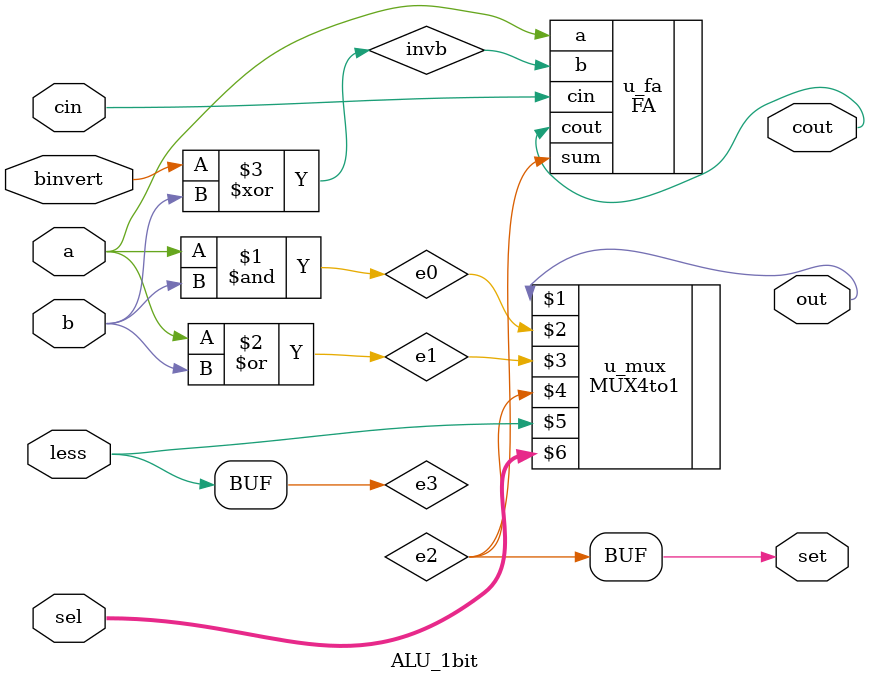
<source format=v>
module ALU_1bit( a, b, cin, cout, sel, out, less, binvert, set);
	input cin ;
	input binvert ;
	output cout;
	input a ;
	input b ;
	input less;
	input [1:0]sel ; 
	output out ;
	output set ;
	wire   e0, e1, e2, e3;
	wire	invb;
	and	(e0,a,b);
	or	(e1,a,b);
 	xor	(invb, binvert, b);
	FA 	u_fa(.a(a), .b(invb), .cin(cin), .cout(cout), .sum(e2)); 
	assign set = e2;
	assign e3 = less;
	MUX4to1	u_mux(out,e0,e1,e2,e3,sel);
endmodule
</source>
